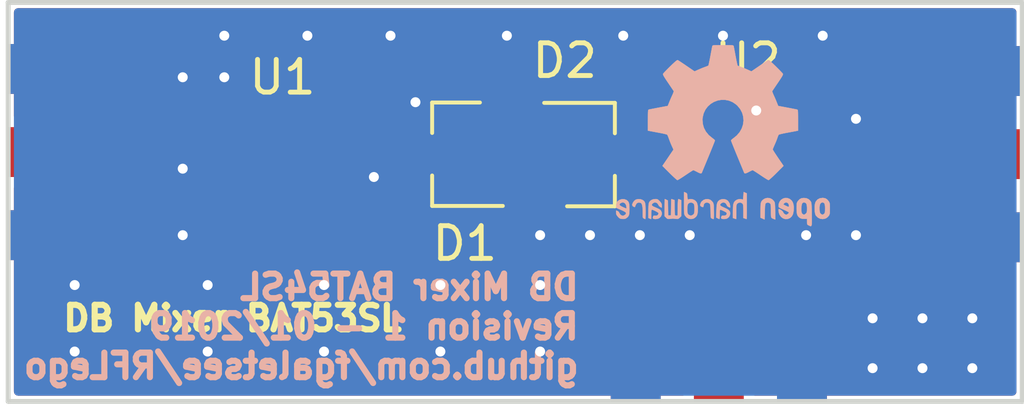
<source format=kicad_pcb>
(kicad_pcb (version 20171130) (host pcbnew "(5.0.1-3-g963ef8bb5)")

  (general
    (thickness 1.6)
    (drawings 6)
    (tracks 67)
    (zones 0)
    (modules 8)
    (nets 11)
  )

  (page A4)
  (layers
    (0 F.Cu signal)
    (31 B.Cu signal)
    (32 B.Adhes user)
    (33 F.Adhes user)
    (34 B.Paste user)
    (35 F.Paste user)
    (36 B.SilkS user)
    (37 F.SilkS user)
    (38 B.Mask user)
    (39 F.Mask user)
    (40 Dwgs.User user)
    (41 Cmts.User user)
    (42 Eco1.User user)
    (43 Eco2.User user)
    (44 Edge.Cuts user)
    (45 Margin user)
    (46 B.CrtYd user)
    (47 F.CrtYd user)
    (48 B.Fab user)
    (49 F.Fab user)
  )

  (setup
    (last_trace_width 0.2032)
    (user_trace_width 0.508)
    (user_trace_width 0.762)
    (trace_clearance 0.2032)
    (zone_clearance 0.1)
    (zone_45_only no)
    (trace_min 0.2032)
    (segment_width 0.2)
    (edge_width 0.15)
    (via_size 0.6096)
    (via_drill 0.3048)
    (via_min_size 0.6096)
    (via_min_drill 0.3048)
    (uvia_size 0.3)
    (uvia_drill 0.1)
    (uvias_allowed no)
    (uvia_min_size 0.2)
    (uvia_min_drill 0.1)
    (pcb_text_width 0.3)
    (pcb_text_size 1.5 1.5)
    (mod_edge_width 0.15)
    (mod_text_size 1 1)
    (mod_text_width 0.15)
    (pad_size 4.064 1.524)
    (pad_drill 0)
    (pad_to_mask_clearance 0.051)
    (solder_mask_min_width 0.25)
    (aux_axis_origin 107.696 94.996)
    (grid_origin 107.696 94.996)
    (visible_elements 7FFFFFBF)
    (pcbplotparams
      (layerselection 0x010fc_ffffffff)
      (usegerberextensions false)
      (usegerberattributes false)
      (usegerberadvancedattributes false)
      (creategerberjobfile false)
      (excludeedgelayer true)
      (linewidth 0.100000)
      (plotframeref false)
      (viasonmask false)
      (mode 1)
      (useauxorigin false)
      (hpglpennumber 1)
      (hpglpenspeed 20)
      (hpglpendiameter 15.000000)
      (psnegative false)
      (psa4output false)
      (plotreference true)
      (plotvalue true)
      (plotinvisibletext false)
      (padsonsilk false)
      (subtractmaskfromsilk false)
      (outputformat 1)
      (mirror false)
      (drillshape 1)
      (scaleselection 1)
      (outputdirectory ""))
  )

  (net 0 "")
  (net 1 "Net-(D1-Pad2)")
  (net 2 "Net-(D1-Pad1)")
  (net 3 "Net-(J1-Pad1)")
  (net 4 GND)
  (net 5 "Net-(J2-Pad1)")
  (net 6 "Net-(J3-Pad1)")
  (net 7 "Net-(U1-Pad5)")
  (net 8 "Net-(U2-Pad5)")
  (net 9 "Net-(D1-Pad3)")
  (net 10 "Net-(D2-Pad3)")

  (net_class Default "This is the default net class."
    (clearance 0.2032)
    (trace_width 0.2032)
    (via_dia 0.6096)
    (via_drill 0.3048)
    (uvia_dia 0.3)
    (uvia_drill 0.1)
    (diff_pair_gap 0.2032)
    (diff_pair_width 0.2032)
    (add_net GND)
    (add_net "Net-(D1-Pad1)")
    (add_net "Net-(D1-Pad2)")
    (add_net "Net-(D1-Pad3)")
    (add_net "Net-(D2-Pad3)")
    (add_net "Net-(J1-Pad1)")
    (add_net "Net-(J2-Pad1)")
    (add_net "Net-(J3-Pad1)")
    (add_net "Net-(U1-Pad5)")
    (add_net "Net-(U2-Pad5)")
  )

  (net_class 50Ohm ""
    (clearance 0.37)
    (trace_width 1.8)
    (via_dia 0.6096)
    (via_drill 0.3048)
    (uvia_dia 0.3)
    (uvia_drill 0.1)
    (diff_pair_gap 0.2032)
    (diff_pair_width 0.2032)
  )

  (module RFLego_Footprint:SMA_Edge (layer F.Cu) (tedit 5C4F4B1A) (tstamp 5C687EE1)
    (at 107.696 87.376)
    (path /5C4F7739)
    (fp_text reference J1 (at 2.1336 4.6482) (layer F.SilkS) hide
      (effects (font (size 1 1) (thickness 0.15)))
    )
    (fp_text value SMA (at 1.27 6.35) (layer F.Fab) hide
      (effects (font (size 1 1) (thickness 0.15)))
    )
    (pad 1 smd rect (at 2.032 0) (size 4.064 1.524) (layers F.Cu F.Mask)
      (net 3 "Net-(J1-Pad1)"))
    (pad 2 smd rect (at 2.032 -2.54) (size 4.064 1.524) (layers F.Cu F.Mask)
      (net 4 GND))
    (pad 2 smd rect (at 2.032 2.54) (size 4.064 1.524) (layers B.Cu B.Mask)
      (net 4 GND))
    (pad 2 smd rect (at 2.032 -2.54) (size 4.064 1.524) (layers B.Cu B.Mask)
      (net 4 GND))
    (pad 2 smd rect (at 2.032 2.54) (size 4.064 1.524) (layers F.Cu F.Mask)
      (net 4 GND))
  )

  (module RFLego_Footprint:SMA_Edge (layer F.Cu) (tedit 5C4F4B16) (tstamp 5C687AA1)
    (at 129.413 94.996 90)
    (path /5C4F76BD)
    (fp_text reference J2 (at 2.1336 4.6482 90) (layer F.SilkS) hide
      (effects (font (size 1 1) (thickness 0.15)))
    )
    (fp_text value SMA (at 1.27 6.35 90) (layer F.Fab) hide
      (effects (font (size 1 1) (thickness 0.15)))
    )
    (pad 2 smd rect (at 2.032 2.54 90) (size 4.064 1.524) (layers F.Cu F.Mask)
      (net 4 GND))
    (pad 2 smd rect (at 2.032 -2.54 90) (size 4.064 1.524) (layers B.Cu B.Mask)
      (net 4 GND))
    (pad 2 smd rect (at 2.032 2.54 90) (size 4.064 1.524) (layers B.Cu B.Mask)
      (net 4 GND))
    (pad 2 smd rect (at 2.032 -2.54 90) (size 4.064 1.524) (layers F.Cu F.Mask)
      (net 4 GND))
    (pad 1 smd rect (at 2.032 0 90) (size 4.064 1.524) (layers F.Cu F.Mask)
      (net 5 "Net-(J2-Pad1)"))
  )

  (module RFLego_Footprint:SMA_Edge (layer F.Cu) (tedit 5C4F4B14) (tstamp 5C687AAA)
    (at 134.62 87.4395)
    (path /5C4F760A)
    (fp_text reference J3 (at 2.1336 4.6482) (layer F.SilkS) hide
      (effects (font (size 1 1) (thickness 0.15)))
    )
    (fp_text value SMA (at 1.27 6.35) (layer F.Fab) hide
      (effects (font (size 1 1) (thickness 0.15)))
    )
    (pad 1 smd rect (at 2.032 0) (size 4.064 1.524) (layers F.Cu F.Mask)
      (net 6 "Net-(J3-Pad1)"))
    (pad 2 smd rect (at 2.032 -2.54) (size 4.064 1.524) (layers F.Cu F.Mask)
      (net 4 GND))
    (pad 2 smd rect (at 2.032 2.54) (size 4.064 1.524) (layers B.Cu B.Mask)
      (net 4 GND))
    (pad 2 smd rect (at 2.032 -2.54) (size 4.064 1.524) (layers B.Cu B.Mask)
      (net 4 GND))
    (pad 2 smd rect (at 2.032 2.54) (size 4.064 1.524) (layers F.Cu F.Mask)
      (net 4 GND))
  )

  (module RFLego_Footprint:Coilcraft_WBC (layer F.Cu) (tedit 5C5092C4) (tstamp 5C50A5FA)
    (at 117.729 86.36 270)
    (path /5C4F7280)
    (fp_text reference U1 (at -1.27 1.651) (layer F.SilkS)
      (effects (font (size 1 1) (thickness 0.15)))
    )
    (fp_text value T (at 0.635 4.699 270) (layer F.Fab)
      (effects (font (size 1 1) (thickness 0.15)))
    )
    (pad 1 smd rect (at 0 0 270) (size 0.762 1.143) (layers F.Cu F.Paste F.Mask)
      (net 9 "Net-(D1-Pad3)"))
    (pad 2 smd rect (at 1.524 0 270) (size 0.762 1.143) (layers F.Cu F.Paste F.Mask)
      (net 4 GND))
    (pad 3 smd rect (at 3.048 0 270) (size 0.762 1.143) (layers F.Cu F.Paste F.Mask)
      (net 10 "Net-(D2-Pad3)"))
    (pad 4 smd rect (at 3.048 3.048 270) (size 0.762 1.143) (layers F.Cu F.Paste F.Mask)
      (net 4 GND))
    (pad 5 smd rect (at 1.524 3.048 270) (size 0.762 1.143) (layers F.Cu F.Paste F.Mask)
      (net 7 "Net-(U1-Pad5)"))
    (pad 6 smd rect (at 0 3.048 270) (size 0.762 1.143) (layers F.Cu F.Paste F.Mask)
      (net 3 "Net-(J1-Pad1)"))
  )

  (module RFLego_Footprint:Coilcraft_WBC (layer F.Cu) (tedit 5C5092D6) (tstamp 5C687ABE)
    (at 128.905 88.7095 90)
    (path /5C4F736C)
    (fp_text reference U2 (at 4.1275 1.397 180) (layer F.SilkS)
      (effects (font (size 1 1) (thickness 0.15)))
    )
    (fp_text value T (at 0.635 4.699 90) (layer F.Fab)
      (effects (font (size 1 1) (thickness 0.15)))
    )
    (pad 6 smd rect (at 0 3.048 90) (size 0.762 1.143) (layers F.Cu F.Paste F.Mask)
      (net 6 "Net-(J3-Pad1)"))
    (pad 5 smd rect (at 1.524 3.048 90) (size 0.762 1.143) (layers F.Cu F.Paste F.Mask)
      (net 8 "Net-(U2-Pad5)"))
    (pad 4 smd rect (at 3.048 3.048 90) (size 0.762 1.143) (layers F.Cu F.Paste F.Mask)
      (net 4 GND))
    (pad 3 smd rect (at 3.048 0 90) (size 0.762 1.143) (layers F.Cu F.Paste F.Mask)
      (net 1 "Net-(D1-Pad2)"))
    (pad 2 smd rect (at 1.524 0 90) (size 0.762 1.143) (layers F.Cu F.Paste F.Mask)
      (net 5 "Net-(J2-Pad1)"))
    (pad 1 smd rect (at 0 0 90) (size 0.762 1.143) (layers F.Cu F.Paste F.Mask)
      (net 2 "Net-(D1-Pad1)"))
  )

  (module Package_TO_SOT_SMD:SOT-23 (layer F.Cu) (tedit 5A02FF57) (tstamp 5C688C3D)
    (at 121.412 87.442 180)
    (descr "SOT-23, Standard")
    (tags SOT-23)
    (path /5C4F9205)
    (attr smd)
    (fp_text reference D1 (at -0.238 -2.728 180) (layer F.SilkS)
      (effects (font (size 1 1) (thickness 0.15)))
    )
    (fp_text value BAT54S (at 0 2.5 180) (layer F.Fab)
      (effects (font (size 1 1) (thickness 0.15)))
    )
    (fp_text user %R (at 0 0 270) (layer F.Fab)
      (effects (font (size 0.5 0.5) (thickness 0.075)))
    )
    (fp_line (start -0.7 -0.95) (end -0.7 1.5) (layer F.Fab) (width 0.1))
    (fp_line (start -0.15 -1.52) (end 0.7 -1.52) (layer F.Fab) (width 0.1))
    (fp_line (start -0.7 -0.95) (end -0.15 -1.52) (layer F.Fab) (width 0.1))
    (fp_line (start 0.7 -1.52) (end 0.7 1.52) (layer F.Fab) (width 0.1))
    (fp_line (start -0.7 1.52) (end 0.7 1.52) (layer F.Fab) (width 0.1))
    (fp_line (start 0.76 1.58) (end 0.76 0.65) (layer F.SilkS) (width 0.12))
    (fp_line (start 0.76 -1.58) (end 0.76 -0.65) (layer F.SilkS) (width 0.12))
    (fp_line (start -1.7 -1.75) (end 1.7 -1.75) (layer F.CrtYd) (width 0.05))
    (fp_line (start 1.7 -1.75) (end 1.7 1.75) (layer F.CrtYd) (width 0.05))
    (fp_line (start 1.7 1.75) (end -1.7 1.75) (layer F.CrtYd) (width 0.05))
    (fp_line (start -1.7 1.75) (end -1.7 -1.75) (layer F.CrtYd) (width 0.05))
    (fp_line (start 0.76 -1.58) (end -1.4 -1.58) (layer F.SilkS) (width 0.12))
    (fp_line (start 0.76 1.58) (end -0.7 1.58) (layer F.SilkS) (width 0.12))
    (pad 1 smd rect (at -1 -0.95 180) (size 0.9 0.8) (layers F.Cu F.Paste F.Mask)
      (net 2 "Net-(D1-Pad1)"))
    (pad 2 smd rect (at -1 0.95 180) (size 0.9 0.8) (layers F.Cu F.Paste F.Mask)
      (net 1 "Net-(D1-Pad2)"))
    (pad 3 smd rect (at 1 0 180) (size 0.9 0.8) (layers F.Cu F.Paste F.Mask)
      (net 9 "Net-(D1-Pad3)"))
    (model ${KISYS3DMOD}/Package_TO_SOT_SMD.3dshapes/SOT-23.wrl
      (at (xyz 0 0 0))
      (scale (xyz 1 1 1))
      (rotate (xyz 0 0 0))
    )
  )

  (module Package_TO_SOT_SMD:SOT-23 (layer F.Cu) (tedit 5A02FF57) (tstamp 5C689049)
    (at 125.476 87.4522)
    (descr "SOT-23, Standard")
    (tags SOT-23)
    (path /5C4F93C5)
    (attr smd)
    (fp_text reference D2 (at -0.7714 -2.8702) (layer F.SilkS)
      (effects (font (size 1 1) (thickness 0.15)))
    )
    (fp_text value BAT54S (at 0 2.5) (layer F.Fab)
      (effects (font (size 1 1) (thickness 0.15)))
    )
    (fp_line (start 0.76 1.58) (end -0.7 1.58) (layer F.SilkS) (width 0.12))
    (fp_line (start 0.76 -1.58) (end -1.4 -1.58) (layer F.SilkS) (width 0.12))
    (fp_line (start -1.7 1.75) (end -1.7 -1.75) (layer F.CrtYd) (width 0.05))
    (fp_line (start 1.7 1.75) (end -1.7 1.75) (layer F.CrtYd) (width 0.05))
    (fp_line (start 1.7 -1.75) (end 1.7 1.75) (layer F.CrtYd) (width 0.05))
    (fp_line (start -1.7 -1.75) (end 1.7 -1.75) (layer F.CrtYd) (width 0.05))
    (fp_line (start 0.76 -1.58) (end 0.76 -0.65) (layer F.SilkS) (width 0.12))
    (fp_line (start 0.76 1.58) (end 0.76 0.65) (layer F.SilkS) (width 0.12))
    (fp_line (start -0.7 1.52) (end 0.7 1.52) (layer F.Fab) (width 0.1))
    (fp_line (start 0.7 -1.52) (end 0.7 1.52) (layer F.Fab) (width 0.1))
    (fp_line (start -0.7 -0.95) (end -0.15 -1.52) (layer F.Fab) (width 0.1))
    (fp_line (start -0.15 -1.52) (end 0.7 -1.52) (layer F.Fab) (width 0.1))
    (fp_line (start -0.7 -0.95) (end -0.7 1.5) (layer F.Fab) (width 0.1))
    (fp_text user %R (at 0 0 90) (layer F.Fab)
      (effects (font (size 0.5 0.5) (thickness 0.075)))
    )
    (pad 3 smd rect (at 1 0) (size 0.9 0.8) (layers F.Cu F.Paste F.Mask)
      (net 10 "Net-(D2-Pad3)"))
    (pad 2 smd rect (at -1 0.95) (size 0.9 0.8) (layers F.Cu F.Paste F.Mask)
      (net 2 "Net-(D1-Pad1)"))
    (pad 1 smd rect (at -1 -0.95) (size 0.9 0.8) (layers F.Cu F.Paste F.Mask)
      (net 1 "Net-(D1-Pad2)"))
    (model ${KISYS3DMOD}/Package_TO_SOT_SMD.3dshapes/SOT-23.wrl
      (at (xyz 0 0 0))
      (scale (xyz 1 1 1))
      (rotate (xyz 0 0 0))
    )
  )

  (module Symbol:OSHW-Logo2_7.3x6mm_SilkScreen (layer B.Cu) (tedit 0) (tstamp 5C50A68F)
    (at 129.54 86.868 180)
    (descr "Open Source Hardware Symbol")
    (tags "Logo Symbol OSHW")
    (attr virtual)
    (fp_text reference REF** (at 0 0 180) (layer B.SilkS) hide
      (effects (font (size 1 1) (thickness 0.15)) (justify mirror))
    )
    (fp_text value OSHW-Logo2_7.3x6mm_SilkScreen (at 0.75 0 180) (layer B.Fab) hide
      (effects (font (size 1 1) (thickness 0.15)) (justify mirror))
    )
    (fp_poly (pts (xy 0.10391 2.757652) (xy 0.182454 2.757222) (xy 0.239298 2.756058) (xy 0.278105 2.753793)
      (xy 0.302538 2.75006) (xy 0.316262 2.744494) (xy 0.32294 2.736727) (xy 0.326236 2.726395)
      (xy 0.326556 2.725057) (xy 0.331562 2.700921) (xy 0.340829 2.653299) (xy 0.353392 2.587259)
      (xy 0.368287 2.507872) (xy 0.384551 2.420204) (xy 0.385119 2.417125) (xy 0.40141 2.331211)
      (xy 0.416652 2.255304) (xy 0.429861 2.193955) (xy 0.440054 2.151718) (xy 0.446248 2.133145)
      (xy 0.446543 2.132816) (xy 0.464788 2.123747) (xy 0.502405 2.108633) (xy 0.551271 2.090738)
      (xy 0.551543 2.090642) (xy 0.613093 2.067507) (xy 0.685657 2.038035) (xy 0.754057 2.008403)
      (xy 0.757294 2.006938) (xy 0.868702 1.956374) (xy 1.115399 2.12484) (xy 1.191077 2.176197)
      (xy 1.259631 2.222111) (xy 1.317088 2.25997) (xy 1.359476 2.287163) (xy 1.382825 2.301079)
      (xy 1.385042 2.302111) (xy 1.40201 2.297516) (xy 1.433701 2.275345) (xy 1.481352 2.234553)
      (xy 1.546198 2.174095) (xy 1.612397 2.109773) (xy 1.676214 2.046388) (xy 1.733329 1.988549)
      (xy 1.780305 1.939825) (xy 1.813703 1.90379) (xy 1.830085 1.884016) (xy 1.830694 1.882998)
      (xy 1.832505 1.869428) (xy 1.825683 1.847267) (xy 1.80854 1.813522) (xy 1.779393 1.7652)
      (xy 1.736555 1.699308) (xy 1.679448 1.614483) (xy 1.628766 1.539823) (xy 1.583461 1.47286)
      (xy 1.54615 1.417484) (xy 1.519452 1.37758) (xy 1.505985 1.357038) (xy 1.505137 1.355644)
      (xy 1.506781 1.335962) (xy 1.519245 1.297707) (xy 1.540048 1.248111) (xy 1.547462 1.232272)
      (xy 1.579814 1.16171) (xy 1.614328 1.081647) (xy 1.642365 1.012371) (xy 1.662568 0.960955)
      (xy 1.678615 0.921881) (xy 1.687888 0.901459) (xy 1.689041 0.899886) (xy 1.706096 0.897279)
      (xy 1.746298 0.890137) (xy 1.804302 0.879477) (xy 1.874763 0.866315) (xy 1.952335 0.851667)
      (xy 2.031672 0.836551) (xy 2.107431 0.821982) (xy 2.174264 0.808978) (xy 2.226828 0.798555)
      (xy 2.259776 0.79173) (xy 2.267857 0.789801) (xy 2.276205 0.785038) (xy 2.282506 0.774282)
      (xy 2.287045 0.753902) (xy 2.290104 0.720266) (xy 2.291967 0.669745) (xy 2.292918 0.598708)
      (xy 2.29324 0.503524) (xy 2.293257 0.464508) (xy 2.293257 0.147201) (xy 2.217057 0.132161)
      (xy 2.174663 0.124005) (xy 2.1114 0.112101) (xy 2.034962 0.097884) (xy 1.953043 0.08279)
      (xy 1.9304 0.078645) (xy 1.854806 0.063947) (xy 1.788953 0.049495) (xy 1.738366 0.036625)
      (xy 1.708574 0.026678) (xy 1.703612 0.023713) (xy 1.691426 0.002717) (xy 1.673953 -0.037967)
      (xy 1.654577 -0.090322) (xy 1.650734 -0.1016) (xy 1.625339 -0.171523) (xy 1.593817 -0.250418)
      (xy 1.562969 -0.321266) (xy 1.562817 -0.321595) (xy 1.511447 -0.432733) (xy 1.680399 -0.681253)
      (xy 1.849352 -0.929772) (xy 1.632429 -1.147058) (xy 1.566819 -1.211726) (xy 1.506979 -1.268733)
      (xy 1.456267 -1.315033) (xy 1.418046 -1.347584) (xy 1.395675 -1.363343) (xy 1.392466 -1.364343)
      (xy 1.373626 -1.356469) (xy 1.33518 -1.334578) (xy 1.28133 -1.301267) (xy 1.216276 -1.259131)
      (xy 1.14594 -1.211943) (xy 1.074555 -1.16381) (xy 1.010908 -1.121928) (xy 0.959041 -1.088871)
      (xy 0.922995 -1.067218) (xy 0.906867 -1.059543) (xy 0.887189 -1.066037) (xy 0.849875 -1.08315)
      (xy 0.802621 -1.107326) (xy 0.797612 -1.110013) (xy 0.733977 -1.141927) (xy 0.690341 -1.157579)
      (xy 0.663202 -1.157745) (xy 0.649057 -1.143204) (xy 0.648975 -1.143) (xy 0.641905 -1.125779)
      (xy 0.625042 -1.084899) (xy 0.599695 -1.023525) (xy 0.567171 -0.944819) (xy 0.528778 -0.851947)
      (xy 0.485822 -0.748072) (xy 0.444222 -0.647502) (xy 0.398504 -0.536516) (xy 0.356526 -0.433703)
      (xy 0.319548 -0.342215) (xy 0.288827 -0.265201) (xy 0.265622 -0.205815) (xy 0.25119 -0.167209)
      (xy 0.246743 -0.1528) (xy 0.257896 -0.136272) (xy 0.287069 -0.10993) (xy 0.325971 -0.080887)
      (xy 0.436757 0.010961) (xy 0.523351 0.116241) (xy 0.584716 0.232734) (xy 0.619815 0.358224)
      (xy 0.627608 0.490493) (xy 0.621943 0.551543) (xy 0.591078 0.678205) (xy 0.53792 0.790059)
      (xy 0.465767 0.885999) (xy 0.377917 0.964924) (xy 0.277665 1.02573) (xy 0.16831 1.067313)
      (xy 0.053147 1.088572) (xy -0.064525 1.088401) (xy -0.18141 1.065699) (xy -0.294211 1.019362)
      (xy -0.399631 0.948287) (xy -0.443632 0.908089) (xy -0.528021 0.804871) (xy -0.586778 0.692075)
      (xy -0.620296 0.57299) (xy -0.628965 0.450905) (xy -0.613177 0.329107) (xy -0.573322 0.210884)
      (xy -0.509793 0.099525) (xy -0.422979 -0.001684) (xy -0.325971 -0.080887) (xy -0.285563 -0.111162)
      (xy -0.257018 -0.137219) (xy -0.246743 -0.152825) (xy -0.252123 -0.169843) (xy -0.267425 -0.2105)
      (xy -0.291388 -0.271642) (xy -0.322756 -0.350119) (xy -0.360268 -0.44278) (xy -0.402667 -0.546472)
      (xy -0.444337 -0.647526) (xy -0.49031 -0.758607) (xy -0.532893 -0.861541) (xy -0.570779 -0.953165)
      (xy -0.60266 -1.030316) (xy -0.627229 -1.089831) (xy -0.64318 -1.128544) (xy -0.64909 -1.143)
      (xy -0.663052 -1.157685) (xy -0.69006 -1.157642) (xy -0.733587 -1.142099) (xy -0.79711 -1.110284)
      (xy -0.797612 -1.110013) (xy -0.84544 -1.085323) (xy -0.884103 -1.067338) (xy -0.905905 -1.059614)
      (xy -0.906867 -1.059543) (xy -0.923279 -1.067378) (xy -0.959513 -1.089165) (xy -1.011526 -1.122328)
      (xy -1.075275 -1.164291) (xy -1.14594 -1.211943) (xy -1.217884 -1.260191) (xy -1.282726 -1.302151)
      (xy -1.336265 -1.335227) (xy -1.374303 -1.356821) (xy -1.392467 -1.364343) (xy -1.409192 -1.354457)
      (xy -1.44282 -1.326826) (xy -1.48999 -1.284495) (xy -1.547342 -1.230505) (xy -1.611516 -1.167899)
      (xy -1.632503 -1.146983) (xy -1.849501 -0.929623) (xy -1.684332 -0.68722) (xy -1.634136 -0.612781)
      (xy -1.590081 -0.545972) (xy -1.554638 -0.490665) (xy -1.530281 -0.450729) (xy -1.519478 -0.430036)
      (xy -1.519162 -0.428563) (xy -1.524857 -0.409058) (xy -1.540174 -0.369822) (xy -1.562463 -0.31743)
      (xy -1.578107 -0.282355) (xy -1.607359 -0.215201) (xy -1.634906 -0.147358) (xy -1.656263 -0.090034)
      (xy -1.662065 -0.072572) (xy -1.678548 -0.025938) (xy -1.69466 0.010095) (xy -1.70351 0.023713)
      (xy -1.72304 0.032048) (xy -1.765666 0.043863) (xy -1.825855 0.057819) (xy -1.898078 0.072578)
      (xy -1.9304 0.078645) (xy -2.012478 0.093727) (xy -2.091205 0.108331) (xy -2.158891 0.12102)
      (xy -2.20784 0.130358) (xy -2.217057 0.132161) (xy -2.293257 0.147201) (xy -2.293257 0.464508)
      (xy -2.293086 0.568846) (xy -2.292384 0.647787) (xy -2.290866 0.704962) (xy -2.288251 0.744001)
      (xy -2.284254 0.768535) (xy -2.278591 0.782195) (xy -2.27098 0.788611) (xy -2.267857 0.789801)
      (xy -2.249022 0.79402) (xy -2.207412 0.802438) (xy -2.14837 0.814039) (xy -2.077243 0.827805)
      (xy -1.999375 0.84272) (xy -1.920113 0.857768) (xy -1.844802 0.871931) (xy -1.778787 0.884194)
      (xy -1.727413 0.893539) (xy -1.696025 0.89895) (xy -1.689041 0.899886) (xy -1.682715 0.912404)
      (xy -1.66871 0.945754) (xy -1.649645 0.993623) (xy -1.642366 1.012371) (xy -1.613004 1.084805)
      (xy -1.578429 1.16483) (xy -1.547463 1.232272) (xy -1.524677 1.283841) (xy -1.509518 1.326215)
      (xy -1.504458 1.352166) (xy -1.505264 1.355644) (xy -1.515959 1.372064) (xy -1.54038 1.408583)
      (xy -1.575905 1.461313) (xy -1.619913 1.526365) (xy -1.669783 1.599849) (xy -1.679644 1.614355)
      (xy -1.737508 1.700296) (xy -1.780044 1.765739) (xy -1.808946 1.813696) (xy -1.82591 1.84718)
      (xy -1.832633 1.869205) (xy -1.83081 1.882783) (xy -1.830764 1.882869) (xy -1.816414 1.900703)
      (xy -1.784677 1.935183) (xy -1.73899 1.982732) (xy -1.682796 2.039778) (xy -1.619532 2.102745)
      (xy -1.612398 2.109773) (xy -1.53267 2.18698) (xy -1.471143 2.24367) (xy -1.426579 2.28089)
      (xy -1.397743 2.299685) (xy -1.385042 2.302111) (xy -1.366506 2.291529) (xy -1.328039 2.267084)
      (xy -1.273614 2.231388) (xy -1.207202 2.187053) (xy -1.132775 2.136689) (xy -1.115399 2.12484)
      (xy -0.868703 1.956374) (xy -0.757294 2.006938) (xy -0.689543 2.036405) (xy -0.616817 2.066041)
      (xy -0.554297 2.08967) (xy -0.551543 2.090642) (xy -0.50264 2.108543) (xy -0.464943 2.12368)
      (xy -0.446575 2.13279) (xy -0.446544 2.132816) (xy -0.440715 2.149283) (xy -0.430808 2.189781)
      (xy -0.417805 2.249758) (xy -0.402691 2.32466) (xy -0.386448 2.409936) (xy -0.385119 2.417125)
      (xy -0.368825 2.504986) (xy -0.353867 2.58474) (xy -0.341209 2.651319) (xy -0.331814 2.699653)
      (xy -0.326646 2.724675) (xy -0.326556 2.725057) (xy -0.323411 2.735701) (xy -0.317296 2.743738)
      (xy -0.304547 2.749533) (xy -0.2815 2.753453) (xy -0.244491 2.755865) (xy -0.189856 2.757135)
      (xy -0.113933 2.757629) (xy -0.013056 2.757714) (xy 0 2.757714) (xy 0.10391 2.757652)) (layer B.SilkS) (width 0.01))
    (fp_poly (pts (xy 3.153595 -1.966966) (xy 3.211021 -2.004497) (xy 3.238719 -2.038096) (xy 3.260662 -2.099064)
      (xy 3.262405 -2.147308) (xy 3.258457 -2.211816) (xy 3.109686 -2.276934) (xy 3.037349 -2.310202)
      (xy 2.990084 -2.336964) (xy 2.965507 -2.360144) (xy 2.961237 -2.382667) (xy 2.974889 -2.407455)
      (xy 2.989943 -2.423886) (xy 3.033746 -2.450235) (xy 3.081389 -2.452081) (xy 3.125145 -2.431546)
      (xy 3.157289 -2.390752) (xy 3.163038 -2.376347) (xy 3.190576 -2.331356) (xy 3.222258 -2.312182)
      (xy 3.265714 -2.295779) (xy 3.265714 -2.357966) (xy 3.261872 -2.400283) (xy 3.246823 -2.435969)
      (xy 3.21528 -2.476943) (xy 3.210592 -2.482267) (xy 3.175506 -2.51872) (xy 3.145347 -2.538283)
      (xy 3.107615 -2.547283) (xy 3.076335 -2.55023) (xy 3.020385 -2.550965) (xy 2.980555 -2.54166)
      (xy 2.955708 -2.527846) (xy 2.916656 -2.497467) (xy 2.889625 -2.464613) (xy 2.872517 -2.423294)
      (xy 2.863238 -2.367521) (xy 2.859693 -2.291305) (xy 2.85941 -2.252622) (xy 2.860372 -2.206247)
      (xy 2.948007 -2.206247) (xy 2.949023 -2.231126) (xy 2.951556 -2.2352) (xy 2.968274 -2.229665)
      (xy 3.004249 -2.215017) (xy 3.052331 -2.19419) (xy 3.062386 -2.189714) (xy 3.123152 -2.158814)
      (xy 3.156632 -2.131657) (xy 3.16399 -2.10622) (xy 3.146391 -2.080481) (xy 3.131856 -2.069109)
      (xy 3.07941 -2.046364) (xy 3.030322 -2.050122) (xy 2.989227 -2.077884) (xy 2.960758 -2.127152)
      (xy 2.951631 -2.166257) (xy 2.948007 -2.206247) (xy 2.860372 -2.206247) (xy 2.861285 -2.162249)
      (xy 2.868196 -2.095384) (xy 2.881884 -2.046695) (xy 2.904096 -2.010849) (xy 2.936574 -1.982513)
      (xy 2.950733 -1.973355) (xy 3.015053 -1.949507) (xy 3.085473 -1.948006) (xy 3.153595 -1.966966)) (layer B.SilkS) (width 0.01))
    (fp_poly (pts (xy 2.6526 -1.958752) (xy 2.669948 -1.966334) (xy 2.711356 -1.999128) (xy 2.746765 -2.046547)
      (xy 2.768664 -2.097151) (xy 2.772229 -2.122098) (xy 2.760279 -2.156927) (xy 2.734067 -2.175357)
      (xy 2.705964 -2.186516) (xy 2.693095 -2.188572) (xy 2.686829 -2.173649) (xy 2.674456 -2.141175)
      (xy 2.669028 -2.126502) (xy 2.63859 -2.075744) (xy 2.59452 -2.050427) (xy 2.53801 -2.051206)
      (xy 2.533825 -2.052203) (xy 2.503655 -2.066507) (xy 2.481476 -2.094393) (xy 2.466327 -2.139287)
      (xy 2.45725 -2.204615) (xy 2.453286 -2.293804) (xy 2.452914 -2.341261) (xy 2.45273 -2.416071)
      (xy 2.451522 -2.467069) (xy 2.448309 -2.499471) (xy 2.442109 -2.518495) (xy 2.43194 -2.529356)
      (xy 2.416819 -2.537272) (xy 2.415946 -2.53767) (xy 2.386828 -2.549981) (xy 2.372403 -2.554514)
      (xy 2.370186 -2.540809) (xy 2.368289 -2.502925) (xy 2.366847 -2.445715) (xy 2.365998 -2.374027)
      (xy 2.365829 -2.321565) (xy 2.366692 -2.220047) (xy 2.37007 -2.143032) (xy 2.377142 -2.086023)
      (xy 2.389088 -2.044526) (xy 2.40709 -2.014043) (xy 2.432327 -1.99008) (xy 2.457247 -1.973355)
      (xy 2.517171 -1.951097) (xy 2.586911 -1.946076) (xy 2.6526 -1.958752)) (layer B.SilkS) (width 0.01))
    (fp_poly (pts (xy 2.144876 -1.956335) (xy 2.186667 -1.975344) (xy 2.219469 -1.998378) (xy 2.243503 -2.024133)
      (xy 2.260097 -2.057358) (xy 2.270577 -2.1028) (xy 2.276271 -2.165207) (xy 2.278507 -2.249327)
      (xy 2.278743 -2.304721) (xy 2.278743 -2.520826) (xy 2.241774 -2.53767) (xy 2.212656 -2.549981)
      (xy 2.198231 -2.554514) (xy 2.195472 -2.541025) (xy 2.193282 -2.504653) (xy 2.191942 -2.451542)
      (xy 2.191657 -2.409372) (xy 2.190434 -2.348447) (xy 2.187136 -2.300115) (xy 2.182321 -2.270518)
      (xy 2.178496 -2.264229) (xy 2.152783 -2.270652) (xy 2.112418 -2.287125) (xy 2.065679 -2.309458)
      (xy 2.020845 -2.333457) (xy 1.986193 -2.35493) (xy 1.970002 -2.369685) (xy 1.969938 -2.369845)
      (xy 1.97133 -2.397152) (xy 1.983818 -2.423219) (xy 2.005743 -2.444392) (xy 2.037743 -2.451474)
      (xy 2.065092 -2.450649) (xy 2.103826 -2.450042) (xy 2.124158 -2.459116) (xy 2.136369 -2.483092)
      (xy 2.137909 -2.487613) (xy 2.143203 -2.521806) (xy 2.129047 -2.542568) (xy 2.092148 -2.552462)
      (xy 2.052289 -2.554292) (xy 1.980562 -2.540727) (xy 1.943432 -2.521355) (xy 1.897576 -2.475845)
      (xy 1.873256 -2.419983) (xy 1.871073 -2.360957) (xy 1.891629 -2.305953) (xy 1.922549 -2.271486)
      (xy 1.95342 -2.252189) (xy 2.001942 -2.227759) (xy 2.058485 -2.202985) (xy 2.06791 -2.199199)
      (xy 2.130019 -2.171791) (xy 2.165822 -2.147634) (xy 2.177337 -2.123619) (xy 2.16658 -2.096635)
      (xy 2.148114 -2.075543) (xy 2.104469 -2.049572) (xy 2.056446 -2.047624) (xy 2.012406 -2.067637)
      (xy 1.980709 -2.107551) (xy 1.976549 -2.117848) (xy 1.952327 -2.155724) (xy 1.916965 -2.183842)
      (xy 1.872343 -2.206917) (xy 1.872343 -2.141485) (xy 1.874969 -2.101506) (xy 1.88623 -2.069997)
      (xy 1.911199 -2.036378) (xy 1.935169 -2.010484) (xy 1.972441 -1.973817) (xy 2.001401 -1.954121)
      (xy 2.032505 -1.94622) (xy 2.067713 -1.944914) (xy 2.144876 -1.956335)) (layer B.SilkS) (width 0.01))
    (fp_poly (pts (xy 1.779833 -1.958663) (xy 1.782048 -1.99685) (xy 1.783784 -2.054886) (xy 1.784899 -2.12818)
      (xy 1.785257 -2.205055) (xy 1.785257 -2.465196) (xy 1.739326 -2.511127) (xy 1.707675 -2.539429)
      (xy 1.67989 -2.550893) (xy 1.641915 -2.550168) (xy 1.62684 -2.548321) (xy 1.579726 -2.542948)
      (xy 1.540756 -2.539869) (xy 1.531257 -2.539585) (xy 1.499233 -2.541445) (xy 1.453432 -2.546114)
      (xy 1.435674 -2.548321) (xy 1.392057 -2.551735) (xy 1.362745 -2.54432) (xy 1.33368 -2.521427)
      (xy 1.323188 -2.511127) (xy 1.277257 -2.465196) (xy 1.277257 -1.978602) (xy 1.314226 -1.961758)
      (xy 1.346059 -1.949282) (xy 1.364683 -1.944914) (xy 1.369458 -1.958718) (xy 1.373921 -1.997286)
      (xy 1.377775 -2.056356) (xy 1.380722 -2.131663) (xy 1.382143 -2.195286) (xy 1.386114 -2.445657)
      (xy 1.420759 -2.450556) (xy 1.452268 -2.447131) (xy 1.467708 -2.436041) (xy 1.472023 -2.415308)
      (xy 1.475708 -2.371145) (xy 1.478469 -2.309146) (xy 1.480012 -2.234909) (xy 1.480235 -2.196706)
      (xy 1.480457 -1.976783) (xy 1.526166 -1.960849) (xy 1.558518 -1.950015) (xy 1.576115 -1.944962)
      (xy 1.576623 -1.944914) (xy 1.578388 -1.958648) (xy 1.580329 -1.99673) (xy 1.582282 -2.054482)
      (xy 1.584084 -2.127227) (xy 1.585343 -2.195286) (xy 1.589314 -2.445657) (xy 1.6764 -2.445657)
      (xy 1.680396 -2.21724) (xy 1.684392 -1.988822) (xy 1.726847 -1.966868) (xy 1.758192 -1.951793)
      (xy 1.776744 -1.944951) (xy 1.777279 -1.944914) (xy 1.779833 -1.958663)) (layer B.SilkS) (width 0.01))
    (fp_poly (pts (xy 1.190117 -2.065358) (xy 1.189933 -2.173837) (xy 1.189219 -2.257287) (xy 1.187675 -2.319704)
      (xy 1.185001 -2.365085) (xy 1.180894 -2.397429) (xy 1.175055 -2.420733) (xy 1.167182 -2.438995)
      (xy 1.161221 -2.449418) (xy 1.111855 -2.505945) (xy 1.049264 -2.541377) (xy 0.980013 -2.55409)
      (xy 0.910668 -2.542463) (xy 0.869375 -2.521568) (xy 0.826025 -2.485422) (xy 0.796481 -2.441276)
      (xy 0.778655 -2.383462) (xy 0.770463 -2.306313) (xy 0.769302 -2.249714) (xy 0.769458 -2.245647)
      (xy 0.870857 -2.245647) (xy 0.871476 -2.31055) (xy 0.874314 -2.353514) (xy 0.88084 -2.381622)
      (xy 0.892523 -2.401953) (xy 0.906483 -2.417288) (xy 0.953365 -2.44689) (xy 1.003701 -2.449419)
      (xy 1.051276 -2.424705) (xy 1.054979 -2.421356) (xy 1.070783 -2.403935) (xy 1.080693 -2.383209)
      (xy 1.086058 -2.352362) (xy 1.088228 -2.304577) (xy 1.088571 -2.251748) (xy 1.087827 -2.185381)
      (xy 1.084748 -2.141106) (xy 1.078061 -2.112009) (xy 1.066496 -2.091173) (xy 1.057013 -2.080107)
      (xy 1.01296 -2.052198) (xy 0.962224 -2.048843) (xy 0.913796 -2.070159) (xy 0.90445 -2.078073)
      (xy 0.88854 -2.095647) (xy 0.87861 -2.116587) (xy 0.873278 -2.147782) (xy 0.871163 -2.196122)
      (xy 0.870857 -2.245647) (xy 0.769458 -2.245647) (xy 0.77281 -2.158568) (xy 0.784726 -2.090086)
      (xy 0.807135 -2.0386) (xy 0.842124 -1.998443) (xy 0.869375 -1.977861) (xy 0.918907 -1.955625)
      (xy 0.976316 -1.945304) (xy 1.029682 -1.948067) (xy 1.059543 -1.959212) (xy 1.071261 -1.962383)
      (xy 1.079037 -1.950557) (xy 1.084465 -1.918866) (xy 1.088571 -1.870593) (xy 1.093067 -1.816829)
      (xy 1.099313 -1.784482) (xy 1.110676 -1.765985) (xy 1.130528 -1.75377) (xy 1.143 -1.748362)
      (xy 1.190171 -1.728601) (xy 1.190117 -2.065358)) (layer B.SilkS) (width 0.01))
    (fp_poly (pts (xy 0.529926 -1.949755) (xy 0.595858 -1.974084) (xy 0.649273 -2.017117) (xy 0.670164 -2.047409)
      (xy 0.692939 -2.102994) (xy 0.692466 -2.143186) (xy 0.668562 -2.170217) (xy 0.659717 -2.174813)
      (xy 0.62153 -2.189144) (xy 0.602028 -2.185472) (xy 0.595422 -2.161407) (xy 0.595086 -2.148114)
      (xy 0.582992 -2.09921) (xy 0.551471 -2.064999) (xy 0.507659 -2.048476) (xy 0.458695 -2.052634)
      (xy 0.418894 -2.074227) (xy 0.40545 -2.086544) (xy 0.395921 -2.101487) (xy 0.389485 -2.124075)
      (xy 0.385317 -2.159328) (xy 0.382597 -2.212266) (xy 0.380502 -2.287907) (xy 0.37996 -2.311857)
      (xy 0.377981 -2.39379) (xy 0.375731 -2.451455) (xy 0.372357 -2.489608) (xy 0.367006 -2.513004)
      (xy 0.358824 -2.526398) (xy 0.346959 -2.534545) (xy 0.339362 -2.538144) (xy 0.307102 -2.550452)
      (xy 0.288111 -2.554514) (xy 0.281836 -2.540948) (xy 0.278006 -2.499934) (xy 0.2766 -2.430999)
      (xy 0.277598 -2.333669) (xy 0.277908 -2.318657) (xy 0.280101 -2.229859) (xy 0.282693 -2.165019)
      (xy 0.286382 -2.119067) (xy 0.291864 -2.086935) (xy 0.299835 -2.063553) (xy 0.310993 -2.043852)
      (xy 0.31683 -2.03541) (xy 0.350296 -1.998057) (xy 0.387727 -1.969003) (xy 0.392309 -1.966467)
      (xy 0.459426 -1.946443) (xy 0.529926 -1.949755)) (layer B.SilkS) (width 0.01))
    (fp_poly (pts (xy 0.039744 -1.950968) (xy 0.096616 -1.972087) (xy 0.097267 -1.972493) (xy 0.13244 -1.99838)
      (xy 0.158407 -2.028633) (xy 0.17667 -2.068058) (xy 0.188732 -2.121462) (xy 0.196096 -2.193651)
      (xy 0.200264 -2.289432) (xy 0.200629 -2.303078) (xy 0.205876 -2.508842) (xy 0.161716 -2.531678)
      (xy 0.129763 -2.54711) (xy 0.11047 -2.554423) (xy 0.109578 -2.554514) (xy 0.106239 -2.541022)
      (xy 0.103587 -2.504626) (xy 0.101956 -2.451452) (xy 0.1016 -2.408393) (xy 0.101592 -2.338641)
      (xy 0.098403 -2.294837) (xy 0.087288 -2.273944) (xy 0.063501 -2.272925) (xy 0.022296 -2.288741)
      (xy -0.039914 -2.317815) (xy -0.085659 -2.341963) (xy -0.109187 -2.362913) (xy -0.116104 -2.385747)
      (xy -0.116114 -2.386877) (xy -0.104701 -2.426212) (xy -0.070908 -2.447462) (xy -0.019191 -2.450539)
      (xy 0.018061 -2.450006) (xy 0.037703 -2.460735) (xy 0.049952 -2.486505) (xy 0.057002 -2.519337)
      (xy 0.046842 -2.537966) (xy 0.043017 -2.540632) (xy 0.007001 -2.55134) (xy -0.043434 -2.552856)
      (xy -0.095374 -2.545759) (xy -0.132178 -2.532788) (xy -0.183062 -2.489585) (xy -0.211986 -2.429446)
      (xy -0.217714 -2.382462) (xy -0.213343 -2.340082) (xy -0.197525 -2.305488) (xy -0.166203 -2.274763)
      (xy -0.115322 -2.24399) (xy -0.040824 -2.209252) (xy -0.036286 -2.207288) (xy 0.030821 -2.176287)
      (xy 0.072232 -2.150862) (xy 0.089981 -2.128014) (xy 0.086107 -2.104745) (xy 0.062643 -2.078056)
      (xy 0.055627 -2.071914) (xy 0.00863 -2.0481) (xy -0.040067 -2.049103) (xy -0.082478 -2.072451)
      (xy -0.110616 -2.115675) (xy -0.113231 -2.12416) (xy -0.138692 -2.165308) (xy -0.170999 -2.185128)
      (xy -0.217714 -2.20477) (xy -0.217714 -2.15395) (xy -0.203504 -2.080082) (xy -0.161325 -2.012327)
      (xy -0.139376 -1.989661) (xy -0.089483 -1.960569) (xy -0.026033 -1.9474) (xy 0.039744 -1.950968)) (layer B.SilkS) (width 0.01))
    (fp_poly (pts (xy -0.624114 -1.851289) (xy -0.619861 -1.910613) (xy -0.614975 -1.945572) (xy -0.608205 -1.96082)
      (xy -0.598298 -1.961015) (xy -0.595086 -1.959195) (xy -0.552356 -1.946015) (xy -0.496773 -1.946785)
      (xy -0.440263 -1.960333) (xy -0.404918 -1.977861) (xy -0.368679 -2.005861) (xy -0.342187 -2.037549)
      (xy -0.324001 -2.077813) (xy -0.312678 -2.131543) (xy -0.306778 -2.203626) (xy -0.304857 -2.298951)
      (xy -0.304823 -2.317237) (xy -0.3048 -2.522646) (xy -0.350509 -2.53858) (xy -0.382973 -2.54942)
      (xy -0.400785 -2.554468) (xy -0.401309 -2.554514) (xy -0.403063 -2.540828) (xy -0.404556 -2.503076)
      (xy -0.405674 -2.446224) (xy -0.406303 -2.375234) (xy -0.4064 -2.332073) (xy -0.406602 -2.246973)
      (xy -0.407642 -2.185981) (xy -0.410169 -2.144177) (xy -0.414836 -2.116642) (xy -0.422293 -2.098456)
      (xy -0.433189 -2.084698) (xy -0.439993 -2.078073) (xy -0.486728 -2.051375) (xy -0.537728 -2.049375)
      (xy -0.583999 -2.071955) (xy -0.592556 -2.080107) (xy -0.605107 -2.095436) (xy -0.613812 -2.113618)
      (xy -0.619369 -2.139909) (xy -0.622474 -2.179562) (xy -0.623824 -2.237832) (xy -0.624114 -2.318173)
      (xy -0.624114 -2.522646) (xy -0.669823 -2.53858) (xy -0.702287 -2.54942) (xy -0.720099 -2.554468)
      (xy -0.720623 -2.554514) (xy -0.721963 -2.540623) (xy -0.723172 -2.501439) (xy -0.724199 -2.4407)
      (xy -0.724998 -2.362141) (xy -0.725519 -2.269498) (xy -0.725714 -2.166509) (xy -0.725714 -1.769342)
      (xy -0.678543 -1.749444) (xy -0.631371 -1.729547) (xy -0.624114 -1.851289)) (layer B.SilkS) (width 0.01))
    (fp_poly (pts (xy -1.831697 -1.931239) (xy -1.774473 -1.969735) (xy -1.730251 -2.025335) (xy -1.703833 -2.096086)
      (xy -1.69849 -2.148162) (xy -1.699097 -2.169893) (xy -1.704178 -2.186531) (xy -1.718145 -2.201437)
      (xy -1.745411 -2.217973) (xy -1.790388 -2.239498) (xy -1.857489 -2.269374) (xy -1.857829 -2.269524)
      (xy -1.919593 -2.297813) (xy -1.970241 -2.322933) (xy -2.004596 -2.342179) (xy -2.017482 -2.352848)
      (xy -2.017486 -2.352934) (xy -2.006128 -2.376166) (xy -1.979569 -2.401774) (xy -1.949077 -2.420221)
      (xy -1.93363 -2.423886) (xy -1.891485 -2.411212) (xy -1.855192 -2.379471) (xy -1.837483 -2.344572)
      (xy -1.820448 -2.318845) (xy -1.787078 -2.289546) (xy -1.747851 -2.264235) (xy -1.713244 -2.250471)
      (xy -1.706007 -2.249714) (xy -1.697861 -2.26216) (xy -1.69737 -2.293972) (xy -1.703357 -2.336866)
      (xy -1.714643 -2.382558) (xy -1.73005 -2.422761) (xy -1.730829 -2.424322) (xy -1.777196 -2.489062)
      (xy -1.837289 -2.533097) (xy -1.905535 -2.554711) (xy -1.976362 -2.552185) (xy -2.044196 -2.523804)
      (xy -2.047212 -2.521808) (xy -2.100573 -2.473448) (xy -2.13566 -2.410352) (xy -2.155078 -2.327387)
      (xy -2.157684 -2.304078) (xy -2.162299 -2.194055) (xy -2.156767 -2.142748) (xy -2.017486 -2.142748)
      (xy -2.015676 -2.174753) (xy -2.005778 -2.184093) (xy -1.981102 -2.177105) (xy -1.942205 -2.160587)
      (xy -1.898725 -2.139881) (xy -1.897644 -2.139333) (xy -1.860791 -2.119949) (xy -1.846 -2.107013)
      (xy -1.849647 -2.093451) (xy -1.865005 -2.075632) (xy -1.904077 -2.049845) (xy -1.946154 -2.04795)
      (xy -1.983897 -2.066717) (xy -2.009966 -2.102915) (xy -2.017486 -2.142748) (xy -2.156767 -2.142748)
      (xy -2.152806 -2.106027) (xy -2.12845 -2.036212) (xy -2.094544 -1.987302) (xy -2.033347 -1.937878)
      (xy -1.965937 -1.913359) (xy -1.89712 -1.911797) (xy -1.831697 -1.931239)) (layer B.SilkS) (width 0.01))
    (fp_poly (pts (xy -2.958885 -1.921962) (xy -2.890855 -1.957733) (xy -2.840649 -2.015301) (xy -2.822815 -2.052312)
      (xy -2.808937 -2.107882) (xy -2.801833 -2.178096) (xy -2.80116 -2.254727) (xy -2.806573 -2.329552)
      (xy -2.81773 -2.394342) (xy -2.834286 -2.440873) (xy -2.839374 -2.448887) (xy -2.899645 -2.508707)
      (xy -2.971231 -2.544535) (xy -3.048908 -2.55502) (xy -3.127452 -2.53881) (xy -3.149311 -2.529092)
      (xy -3.191878 -2.499143) (xy -3.229237 -2.459433) (xy -3.232768 -2.454397) (xy -3.247119 -2.430124)
      (xy -3.256606 -2.404178) (xy -3.26221 -2.370022) (xy -3.264914 -2.321119) (xy -3.265701 -2.250935)
      (xy -3.265714 -2.2352) (xy -3.265678 -2.230192) (xy -3.120571 -2.230192) (xy -3.119727 -2.29643)
      (xy -3.116404 -2.340386) (xy -3.109417 -2.368779) (xy -3.097584 -2.388325) (xy -3.091543 -2.394857)
      (xy -3.056814 -2.41968) (xy -3.023097 -2.418548) (xy -2.989005 -2.397016) (xy -2.968671 -2.374029)
      (xy -2.956629 -2.340478) (xy -2.949866 -2.287569) (xy -2.949402 -2.281399) (xy -2.948248 -2.185513)
      (xy -2.960312 -2.114299) (xy -2.98543 -2.068194) (xy -3.02344 -2.047635) (xy -3.037008 -2.046514)
      (xy -3.072636 -2.052152) (xy -3.097006 -2.071686) (xy -3.111907 -2.109042) (xy -3.119125 -2.16815)
      (xy -3.120571 -2.230192) (xy -3.265678 -2.230192) (xy -3.265174 -2.160413) (xy -3.262904 -2.108159)
      (xy -3.257932 -2.071949) (xy -3.249287 -2.045299) (xy -3.235995 -2.021722) (xy -3.233057 -2.017338)
      (xy -3.183687 -1.958249) (xy -3.129891 -1.923947) (xy -3.064398 -1.910331) (xy -3.042158 -1.909665)
      (xy -2.958885 -1.921962)) (layer B.SilkS) (width 0.01))
    (fp_poly (pts (xy -1.283907 -1.92778) (xy -1.237328 -1.954723) (xy -1.204943 -1.981466) (xy -1.181258 -2.009484)
      (xy -1.164941 -2.043748) (xy -1.154661 -2.089227) (xy -1.149086 -2.150892) (xy -1.146884 -2.233711)
      (xy -1.146629 -2.293246) (xy -1.146629 -2.512391) (xy -1.208314 -2.540044) (xy -1.27 -2.567697)
      (xy -1.277257 -2.32767) (xy -1.280256 -2.238028) (xy -1.283402 -2.172962) (xy -1.287299 -2.128026)
      (xy -1.292553 -2.09877) (xy -1.299769 -2.080748) (xy -1.30955 -2.069511) (xy -1.312688 -2.067079)
      (xy -1.360239 -2.048083) (xy -1.408303 -2.0556) (xy -1.436914 -2.075543) (xy -1.448553 -2.089675)
      (xy -1.456609 -2.10822) (xy -1.461729 -2.136334) (xy -1.464559 -2.179173) (xy -1.465744 -2.241895)
      (xy -1.465943 -2.307261) (xy -1.465982 -2.389268) (xy -1.467386 -2.447316) (xy -1.472086 -2.486465)
      (xy -1.482013 -2.51178) (xy -1.499097 -2.528323) (xy -1.525268 -2.541156) (xy -1.560225 -2.554491)
      (xy -1.598404 -2.569007) (xy -1.593859 -2.311389) (xy -1.592029 -2.218519) (xy -1.589888 -2.149889)
      (xy -1.586819 -2.100711) (xy -1.582206 -2.066198) (xy -1.575432 -2.041562) (xy -1.565881 -2.022016)
      (xy -1.554366 -2.00477) (xy -1.49881 -1.94968) (xy -1.43102 -1.917822) (xy -1.357287 -1.910191)
      (xy -1.283907 -1.92778)) (layer B.SilkS) (width 0.01))
    (fp_poly (pts (xy -2.400256 -1.919918) (xy -2.344799 -1.947568) (xy -2.295852 -1.99848) (xy -2.282371 -2.017338)
      (xy -2.267686 -2.042015) (xy -2.258158 -2.068816) (xy -2.252707 -2.104587) (xy -2.250253 -2.156169)
      (xy -2.249714 -2.224267) (xy -2.252148 -2.317588) (xy -2.260606 -2.387657) (xy -2.276826 -2.439931)
      (xy -2.302546 -2.479869) (xy -2.339503 -2.512929) (xy -2.342218 -2.514886) (xy -2.37864 -2.534908)
      (xy -2.422498 -2.544815) (xy -2.478276 -2.547257) (xy -2.568952 -2.547257) (xy -2.56899 -2.635283)
      (xy -2.569834 -2.684308) (xy -2.574976 -2.713065) (xy -2.588413 -2.730311) (xy -2.614142 -2.744808)
      (xy -2.620321 -2.747769) (xy -2.649236 -2.761648) (xy -2.671624 -2.770414) (xy -2.688271 -2.771171)
      (xy -2.699964 -2.761023) (xy -2.70749 -2.737073) (xy -2.711634 -2.696426) (xy -2.713185 -2.636186)
      (xy -2.712929 -2.553455) (xy -2.711651 -2.445339) (xy -2.711252 -2.413) (xy -2.709815 -2.301524)
      (xy -2.708528 -2.228603) (xy -2.569029 -2.228603) (xy -2.568245 -2.290499) (xy -2.56476 -2.330997)
      (xy -2.556876 -2.357708) (xy -2.542895 -2.378244) (xy -2.533403 -2.38826) (xy -2.494596 -2.417567)
      (xy -2.460237 -2.419952) (xy -2.424784 -2.39575) (xy -2.423886 -2.394857) (xy -2.409461 -2.376153)
      (xy -2.400687 -2.350732) (xy -2.396261 -2.311584) (xy -2.394882 -2.251697) (xy -2.394857 -2.23843)
      (xy -2.398188 -2.155901) (xy -2.409031 -2.098691) (xy -2.42866 -2.063766) (xy -2.45835 -2.048094)
      (xy -2.475509 -2.046514) (xy -2.516234 -2.053926) (xy -2.544168 -2.07833) (xy -2.560983 -2.12298)
      (xy -2.56835 -2.19113) (xy -2.569029 -2.228603) (xy -2.708528 -2.228603) (xy -2.708292 -2.215245)
      (xy -2.706323 -2.150333) (xy -2.70355 -2.102958) (xy -2.699612 -2.06929) (xy -2.694151 -2.045498)
      (xy -2.686808 -2.027753) (xy -2.677223 -2.012224) (xy -2.673113 -2.006381) (xy -2.618595 -1.951185)
      (xy -2.549664 -1.91989) (xy -2.469928 -1.911165) (xy -2.400256 -1.919918)) (layer B.SilkS) (width 0.01))
  )

  (gr_text "DB Mixer BAT53SL" (at 114.554 92.456) (layer F.SilkS)
    (effects (font (size 0.75 0.75) (thickness 0.1875)))
  )
  (gr_text "DB Mixer BAT54SL\nRevision 1 - 01/2019\ngithub.com/fgaletsee/RFLego" (at 125.222 92.71) (layer B.SilkS)
    (effects (font (size 0.75 0.75) (thickness 0.1875)) (justify left mirror))
  )
  (gr_line (start 107.696 94.996) (end 107.696 82.804) (layer Edge.Cuts) (width 0.15))
  (gr_line (start 138.684 94.996) (end 107.696 94.996) (layer Edge.Cuts) (width 0.15))
  (gr_line (start 138.684 82.804) (end 138.684 94.996) (layer Edge.Cuts) (width 0.15))
  (gr_line (start 107.696 82.804) (end 138.684 82.804) (layer Edge.Cuts) (width 0.15))

  (segment (start 128.7145 85.6615) (end 128.905 85.6615) (width 0.508) (layer F.Cu) (net 1))
  (segment (start 124.2212 86.492) (end 124.2314 86.5022) (width 0.508) (layer F.Cu) (net 1))
  (segment (start 122.174 86.492) (end 124.4752 86.492) (width 0.508) (layer F.Cu) (net 1))
  (segment (start 125.0721 85.6615) (end 124.2314 86.5022) (width 0.508) (layer F.Cu) (net 1))
  (segment (start 128.905 85.6615) (end 125.0721 85.6615) (width 0.508) (layer F.Cu) (net 1))
  (segment (start 124.2314 88.4022) (end 124.4702 88.4022) (width 0.508) (layer F.Cu) (net 2))
  (segment (start 124.7775 88.7095) (end 128.905 88.7095) (width 0.508) (layer F.Cu) (net 2))
  (segment (start 124.4702 88.4022) (end 124.7775 88.7095) (width 0.508) (layer F.Cu) (net 2))
  (segment (start 122.4222 88.4022) (end 122.412 88.392) (width 0.508) (layer F.Cu) (net 2))
  (segment (start 124.476 88.4022) (end 122.4222 88.4022) (width 0.508) (layer F.Cu) (net 2))
  (segment (start 112.014 86.868) (end 109.728 86.868) (width 0.762) (layer F.Cu) (net 3))
  (segment (start 114.681 86.36) (end 112.522 86.36) (width 0.762) (layer F.Cu) (net 3))
  (segment (start 112.522 86.36) (end 112.014 86.868) (width 0.762) (layer F.Cu) (net 3))
  (via (at 134.112 93.98) (size 0.6096) (drill 0.3048) (layers F.Cu B.Cu) (net 4))
  (via (at 135.636 93.98) (size 0.6096) (drill 0.3048) (layers F.Cu B.Cu) (net 4))
  (via (at 137.16 93.98) (size 0.6096) (drill 0.3048) (layers F.Cu B.Cu) (net 4))
  (via (at 137.16 92.456) (size 0.6096) (drill 0.3048) (layers F.Cu B.Cu) (net 4))
  (via (at 135.636 92.456) (size 0.6096) (drill 0.3048) (layers F.Cu B.Cu) (net 4))
  (via (at 134.112 92.456) (size 0.6096) (drill 0.3048) (layers F.Cu B.Cu) (net 4))
  (via (at 132.588 83.82) (size 0.6096) (drill 0.3048) (layers F.Cu B.Cu) (net 4))
  (via (at 129.54 83.82) (size 0.6096) (drill 0.3048) (layers F.Cu B.Cu) (net 4))
  (via (at 126.492 83.82) (size 0.6096) (drill 0.3048) (layers F.Cu B.Cu) (net 4))
  (via (at 122.936 83.82) (size 0.6096) (drill 0.3048) (layers F.Cu B.Cu) (net 4))
  (via (at 119.38 83.82) (size 0.6096) (drill 0.3048) (layers F.Cu B.Cu) (net 4))
  (via (at 116.84 83.82) (size 0.6096) (drill 0.3048) (layers F.Cu B.Cu) (net 4))
  (via (at 114.3 83.82) (size 0.6096) (drill 0.3048) (layers F.Cu B.Cu) (net 4))
  (via (at 109.728 91.44) (size 0.6096) (drill 0.3048) (layers F.Cu B.Cu) (net 4))
  (via (at 109.728 93.472) (size 0.6096) (drill 0.3048) (layers F.Cu B.Cu) (net 4))
  (via (at 113.792 93.472) (size 0.6096) (drill 0.3048) (layers F.Cu B.Cu) (net 4))
  (via (at 113.792 91.44) (size 0.6096) (drill 0.3048) (layers F.Cu B.Cu) (net 4))
  (via (at 117.348 91.44) (size 0.6096) (drill 0.3048) (layers F.Cu B.Cu) (net 4))
  (via (at 117.348 93.472) (size 0.6096) (drill 0.3048) (layers F.Cu B.Cu) (net 4))
  (via (at 120.904 93.472) (size 0.6096) (drill 0.3048) (layers F.Cu B.Cu) (net 4))
  (via (at 123.952 93.472) (size 0.6096) (drill 0.3048) (layers F.Cu B.Cu) (net 4))
  (via (at 120.904 91.44) (size 0.6096) (drill 0.3048) (layers F.Cu B.Cu) (net 4))
  (via (at 123.952 91.44) (size 0.6096) (drill 0.3048) (layers F.Cu B.Cu) (net 4))
  (via (at 133.604 86.36) (size 0.6096) (drill 0.3048) (layers F.Cu B.Cu) (net 4))
  (via (at 133.604 89.916) (size 0.6096) (drill 0.3048) (layers F.Cu B.Cu) (net 4))
  (via (at 132.08 89.916) (size 0.6096) (drill 0.3048) (layers F.Cu B.Cu) (net 4))
  (via (at 123.952 89.916) (size 0.6096) (drill 0.3048) (layers F.Cu B.Cu) (net 4))
  (via (at 125.476 89.916) (size 0.6096) (drill 0.3048) (layers F.Cu B.Cu) (net 4))
  (via (at 127 89.916) (size 0.6096) (drill 0.3048) (layers F.Cu B.Cu) (net 4))
  (via (at 128.524 89.916) (size 0.6096) (drill 0.3048) (layers F.Cu B.Cu) (net 4))
  (via (at 113.03 87.884) (size 0.6096) (drill 0.3048) (layers F.Cu B.Cu) (net 4))
  (via (at 113.03 89.916) (size 0.6096) (drill 0.3048) (layers F.Cu B.Cu) (net 4))
  (via (at 130.556 86.106) (size 0.6096) (drill 0.3048) (layers F.Cu B.Cu) (net 4))
  (via (at 120.142 85.852) (size 0.6096) (drill 0.3048) (layers F.Cu B.Cu) (net 4))
  (via (at 118.872 88.138) (size 0.6096) (drill 0.3048) (layers F.Cu B.Cu) (net 4))
  (via (at 114.3 85.09) (size 0.6096) (drill 0.3048) (layers F.Cu B.Cu) (net 4))
  (via (at 113.03 85.09) (size 0.6096) (drill 0.3048) (layers F.Cu B.Cu) (net 4))
  (segment (start 129.9845 87.1855) (end 130.3655 87.5665) (width 0.508) (layer F.Cu) (net 5))
  (segment (start 128.905 87.1855) (end 129.9845 87.1855) (width 0.508) (layer F.Cu) (net 5))
  (segment (start 129.413 90.424) (end 129.413 92.964) (width 0.508) (layer F.Cu) (net 5))
  (segment (start 130.3655 89.4715) (end 129.413 90.424) (width 0.508) (layer F.Cu) (net 5))
  (segment (start 130.3655 87.5665) (end 130.3655 89.4715) (width 0.508) (layer F.Cu) (net 5))
  (segment (start 132.7785 88.7095) (end 131.953 88.7095) (width 0.508) (layer F.Cu) (net 6))
  (segment (start 136.652 87.4395) (end 134.0485 87.4395) (width 0.508) (layer F.Cu) (net 6))
  (segment (start 134.0485 87.4395) (end 132.7785 88.7095) (width 0.508) (layer F.Cu) (net 6))
  (segment (start 118.838 86.36) (end 119.92 87.442) (width 0.508) (layer F.Cu) (net 9))
  (segment (start 117.729 86.36) (end 118.838 86.36) (width 0.508) (layer F.Cu) (net 9))
  (segment (start 117.9195 89.408) (end 117.729 89.408) (width 0.508) (layer F.Cu) (net 10))
  (segment (start 118.8085 89.408) (end 117.729 89.408) (width 0.508) (layer F.Cu) (net 10))
  (segment (start 119.626962 89.408) (end 118.8085 89.408) (width 0.508) (layer F.Cu) (net 10))
  (segment (start 120.827201 88.207761) (end 119.626962 89.408) (width 0.508) (layer F.Cu) (net 10))
  (segment (start 120.827201 87.960799) (end 120.827201 88.207761) (width 0.508) (layer F.Cu) (net 10))
  (segment (start 126.2314 87.4522) (end 121.3358 87.4522) (width 0.508) (layer F.Cu) (net 10))
  (segment (start 121.3358 87.4522) (end 120.827201 87.960799) (width 0.508) (layer F.Cu) (net 10))

  (zone (net 4) (net_name GND) (layer F.Cu) (tstamp 0) (hatch edge 0.508)
    (connect_pads yes (clearance 0.1))
    (min_thickness 0.254)
    (fill yes (arc_segments 16) (thermal_gap 0.508) (thermal_bridge_width 0.508))
    (polygon
      (pts
        (xy 107.696 82.804) (xy 138.684 82.804) (xy 138.684 94.996) (xy 107.696 94.996)
      )
    )
    (filled_polygon
      (pts
        (xy 138.382 86.340831) (xy 134.62 86.340831) (xy 134.491162 86.366458) (xy 134.381939 86.439439) (xy 134.308958 86.548662)
        (xy 134.283331 86.6775) (xy 134.283331 86.8553) (xy 134.106035 86.8553) (xy 134.048499 86.843855) (xy 133.990963 86.8553)
        (xy 133.820557 86.889196) (xy 133.627315 87.018315) (xy 133.594722 87.067094) (xy 132.645849 88.015968) (xy 132.5245 87.991831)
        (xy 131.3815 87.991831) (xy 131.252662 88.017458) (xy 131.143439 88.090439) (xy 131.070458 88.199662) (xy 131.044831 88.3285)
        (xy 131.044831 89.0905) (xy 131.070458 89.219338) (xy 131.143439 89.328561) (xy 131.252662 89.401542) (xy 131.3815 89.427169)
        (xy 132.5245 89.427169) (xy 132.653338 89.401542) (xy 132.762561 89.328561) (xy 132.778242 89.305094) (xy 132.7785 89.305145)
        (xy 132.836036 89.2937) (xy 132.836037 89.2937) (xy 133.006443 89.259804) (xy 133.199685 89.130685) (xy 133.232281 89.081901)
        (xy 134.283331 88.030853) (xy 134.283331 88.2015) (xy 134.308958 88.330338) (xy 134.381939 88.439561) (xy 134.491162 88.512542)
        (xy 134.62 88.538169) (xy 138.382 88.538169) (xy 138.382001 94.694) (xy 130.511669 94.694) (xy 130.511669 90.932)
        (xy 130.486042 90.803162) (xy 130.413061 90.693939) (xy 130.303838 90.620958) (xy 130.175 90.595331) (xy 130.067852 90.595331)
        (xy 130.737906 89.925278) (xy 130.786685 89.892685) (xy 130.915804 89.699443) (xy 130.9497 89.529037) (xy 130.961145 89.471501)
        (xy 130.9497 89.413965) (xy 130.9497 87.624035) (xy 130.961145 87.566499) (xy 130.932088 87.420424) (xy 130.915804 87.338557)
        (xy 130.786685 87.145315) (xy 130.737906 87.112722) (xy 130.438281 86.813098) (xy 130.432536 86.8045) (xy 131.044831 86.8045)
        (xy 131.044831 87.5665) (xy 131.070458 87.695338) (xy 131.143439 87.804561) (xy 131.252662 87.877542) (xy 131.3815 87.903169)
        (xy 132.5245 87.903169) (xy 132.653338 87.877542) (xy 132.762561 87.804561) (xy 132.835542 87.695338) (xy 132.861169 87.5665)
        (xy 132.861169 86.8045) (xy 132.835542 86.675662) (xy 132.762561 86.566439) (xy 132.653338 86.493458) (xy 132.5245 86.467831)
        (xy 131.3815 86.467831) (xy 131.252662 86.493458) (xy 131.143439 86.566439) (xy 131.070458 86.675662) (xy 131.044831 86.8045)
        (xy 130.432536 86.8045) (xy 130.405685 86.764315) (xy 130.212443 86.635196) (xy 130.042037 86.6013) (xy 130.042036 86.6013)
        (xy 129.9845 86.589855) (xy 129.926964 86.6013) (xy 129.737855 86.6013) (xy 129.714561 86.566439) (xy 129.605338 86.493458)
        (xy 129.4765 86.467831) (xy 128.3335 86.467831) (xy 128.204662 86.493458) (xy 128.095439 86.566439) (xy 128.022458 86.675662)
        (xy 127.996831 86.8045) (xy 127.996831 87.5665) (xy 128.022458 87.695338) (xy 128.095439 87.804561) (xy 128.204662 87.877542)
        (xy 128.3335 87.903169) (xy 129.4765 87.903169) (xy 129.605338 87.877542) (xy 129.714561 87.804561) (xy 129.737855 87.7697)
        (xy 129.742517 87.7697) (xy 129.7813 87.808483) (xy 129.7813 88.190321) (xy 129.714561 88.090439) (xy 129.605338 88.017458)
        (xy 129.4765 87.991831) (xy 128.3335 87.991831) (xy 128.204662 88.017458) (xy 128.095439 88.090439) (xy 128.072145 88.1253)
        (xy 127.111622 88.1253) (xy 127.164061 88.090261) (xy 127.237042 87.981038) (xy 127.262669 87.8522) (xy 127.262669 87.0522)
        (xy 127.237042 86.923362) (xy 127.164061 86.814139) (xy 127.054838 86.741158) (xy 126.926 86.715531) (xy 126.026 86.715531)
        (xy 125.897162 86.741158) (xy 125.787939 86.814139) (xy 125.75195 86.868) (xy 125.262669 86.868) (xy 125.262669 86.297114)
        (xy 125.314084 86.2457) (xy 128.072145 86.2457) (xy 128.095439 86.280561) (xy 128.204662 86.353542) (xy 128.3335 86.379169)
        (xy 129.4765 86.379169) (xy 129.605338 86.353542) (xy 129.714561 86.280561) (xy 129.787542 86.171338) (xy 129.813169 86.0425)
        (xy 129.813169 85.2805) (xy 129.787542 85.151662) (xy 129.714561 85.042439) (xy 129.605338 84.969458) (xy 129.4765 84.943831)
        (xy 128.3335 84.943831) (xy 128.204662 84.969458) (xy 128.095439 85.042439) (xy 128.072145 85.0773) (xy 125.129635 85.0773)
        (xy 125.072099 85.065855) (xy 125.014563 85.0773) (xy 124.844157 85.111196) (xy 124.650915 85.240315) (xy 124.618322 85.289094)
        (xy 124.141886 85.765531) (xy 124.026 85.765531) (xy 123.897162 85.791158) (xy 123.787939 85.864139) (xy 123.758765 85.9078)
        (xy 123.13605 85.9078) (xy 123.100061 85.853939) (xy 122.990838 85.780958) (xy 122.862 85.755331) (xy 121.962 85.755331)
        (xy 121.833162 85.780958) (xy 121.723939 85.853939) (xy 121.650958 85.963162) (xy 121.625331 86.092) (xy 121.625331 86.26161)
        (xy 121.623696 86.264057) (xy 121.578355 86.492) (xy 121.623696 86.719943) (xy 121.625331 86.72239) (xy 121.625331 86.868)
        (xy 121.393337 86.868) (xy 121.3358 86.856555) (xy 121.15875 86.891773) (xy 121.100061 86.803939) (xy 120.990838 86.730958)
        (xy 120.862 86.705331) (xy 120.009514 86.705331) (xy 119.291781 85.987599) (xy 119.259185 85.938815) (xy 119.065943 85.809696)
        (xy 118.895537 85.7758) (xy 118.895536 85.7758) (xy 118.838 85.764355) (xy 118.780464 85.7758) (xy 118.561855 85.7758)
        (xy 118.538561 85.740939) (xy 118.429338 85.667958) (xy 118.3005 85.642331) (xy 117.1575 85.642331) (xy 117.028662 85.667958)
        (xy 116.919439 85.740939) (xy 116.846458 85.850162) (xy 116.820831 85.979) (xy 116.820831 86.741) (xy 116.846458 86.869838)
        (xy 116.919439 86.979061) (xy 117.028662 87.052042) (xy 117.1575 87.077669) (xy 118.3005 87.077669) (xy 118.429338 87.052042)
        (xy 118.538561 86.979061) (xy 118.561855 86.9442) (xy 118.596018 86.9442) (xy 119.547592 87.895776) (xy 119.649583 87.963923)
        (xy 119.650958 87.970838) (xy 119.723939 88.080061) (xy 119.833162 88.153042) (xy 119.962 88.178669) (xy 120.03011 88.178669)
        (xy 119.38498 88.8238) (xy 118.561855 88.8238) (xy 118.538561 88.788939) (xy 118.429338 88.715958) (xy 118.3005 88.690331)
        (xy 117.1575 88.690331) (xy 117.028662 88.715958) (xy 116.919439 88.788939) (xy 116.846458 88.898162) (xy 116.820831 89.027)
        (xy 116.820831 89.789) (xy 116.846458 89.917838) (xy 116.919439 90.027061) (xy 117.028662 90.100042) (xy 117.1575 90.125669)
        (xy 118.3005 90.125669) (xy 118.429338 90.100042) (xy 118.538561 90.027061) (xy 118.561855 89.9922) (xy 119.569426 89.9922)
        (xy 119.626962 90.003645) (xy 119.684498 89.9922) (xy 119.684499 89.9922) (xy 119.854905 89.958304) (xy 120.048147 89.829185)
        (xy 120.080743 89.780401) (xy 121.199607 88.661539) (xy 121.248386 88.628946) (xy 121.327126 88.511102) (xy 121.377504 88.435705)
        (xy 121.377504 88.435704) (xy 121.377505 88.435703) (xy 121.401621 88.314465) (xy 121.422846 88.207762) (xy 121.420121 88.194062)
        (xy 121.577783 88.0364) (xy 121.625331 88.0364) (xy 121.625331 88.792) (xy 121.650958 88.920838) (xy 121.723939 89.030061)
        (xy 121.833162 89.103042) (xy 121.962 89.128669) (xy 122.862 89.128669) (xy 122.990838 89.103042) (xy 123.100061 89.030061)
        (xy 123.129235 88.9864) (xy 123.75195 88.9864) (xy 123.787939 89.040261) (xy 123.897162 89.113242) (xy 124.026 89.138869)
        (xy 124.368563 89.138869) (xy 124.549557 89.259804) (xy 124.719963 89.2937) (xy 124.719964 89.2937) (xy 124.7775 89.305145)
        (xy 124.835036 89.2937) (xy 128.072145 89.2937) (xy 128.095439 89.328561) (xy 128.204662 89.401542) (xy 128.3335 89.427169)
        (xy 129.4765 89.427169) (xy 129.605338 89.401542) (xy 129.617202 89.393615) (xy 129.040599 89.970219) (xy 128.991815 90.002815)
        (xy 128.862696 90.196058) (xy 128.830614 90.357346) (xy 128.817355 90.424) (xy 128.8288 90.481536) (xy 128.8288 90.595331)
        (xy 128.651 90.595331) (xy 128.522162 90.620958) (xy 128.412939 90.693939) (xy 128.339958 90.803162) (xy 128.314331 90.932)
        (xy 128.314331 94.694) (xy 107.998 94.694) (xy 107.998 88.474669) (xy 111.76 88.474669) (xy 111.888838 88.449042)
        (xy 111.998061 88.376061) (xy 112.071042 88.266838) (xy 112.096669 88.138) (xy 112.096669 87.576689) (xy 112.291496 87.537936)
        (xy 112.343781 87.503) (xy 113.772831 87.503) (xy 113.772831 88.265) (xy 113.798458 88.393838) (xy 113.871439 88.503061)
        (xy 113.980662 88.576042) (xy 114.1095 88.601669) (xy 115.2525 88.601669) (xy 115.381338 88.576042) (xy 115.490561 88.503061)
        (xy 115.563542 88.393838) (xy 115.589169 88.265) (xy 115.589169 87.503) (xy 115.563542 87.374162) (xy 115.490561 87.264939)
        (xy 115.381338 87.191958) (xy 115.2525 87.166331) (xy 114.1095 87.166331) (xy 113.980662 87.191958) (xy 113.871439 87.264939)
        (xy 113.798458 87.374162) (xy 113.772831 87.503) (xy 112.343781 87.503) (xy 112.526746 87.380746) (xy 112.566424 87.321364)
        (xy 112.816588 87.0712) (xy 114.076978 87.0712) (xy 114.1095 87.077669) (xy 115.2525 87.077669) (xy 115.381338 87.052042)
        (xy 115.490561 86.979061) (xy 115.563542 86.869838) (xy 115.589169 86.741) (xy 115.589169 85.979) (xy 115.563542 85.850162)
        (xy 115.490561 85.740939) (xy 115.381338 85.667958) (xy 115.2525 85.642331) (xy 114.1095 85.642331) (xy 114.076978 85.6488)
        (xy 112.592041 85.6488) (xy 112.521999 85.634868) (xy 112.451957 85.6488) (xy 112.451954 85.6488) (xy 112.244504 85.690064)
        (xy 112.244503 85.690065) (xy 112.244502 85.690065) (xy 112.168365 85.740939) (xy 112.009254 85.847254) (xy 111.969576 85.906636)
        (xy 111.719412 86.1568) (xy 109.657954 86.1568) (xy 109.450504 86.198064) (xy 109.331873 86.277331) (xy 107.998 86.277331)
        (xy 107.998 83.106) (xy 138.382 83.106)
      )
    )
  )
  (zone (net 4) (net_name GND) (layer B.Cu) (tstamp 5C688751) (hatch edge 0.508)
    (connect_pads yes (clearance 0.1))
    (min_thickness 0.254)
    (fill yes (arc_segments 16) (thermal_gap 0.508) (thermal_bridge_width 0.508))
    (polygon
      (pts
        (xy 107.696 82.804) (xy 138.684 82.804) (xy 138.684 94.996) (xy 107.696 94.996)
      )
    )
    (filled_polygon
      (pts
        (xy 138.382001 94.694) (xy 107.998 94.694) (xy 107.998 83.106) (xy 138.382 83.106)
      )
    )
  )
)

</source>
